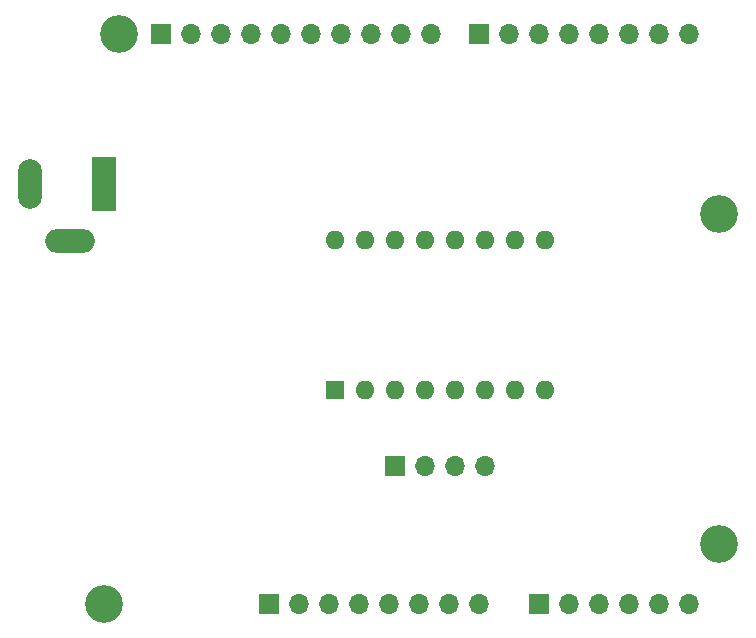
<source format=gbs>
%TF.GenerationSoftware,KiCad,Pcbnew,8.0.3*%
%TF.CreationDate,2024-07-23T15:51:25+08:00*%
%TF.ProjectId,Arduino Uno A4988 Shield,41726475-696e-46f2-9055-6e6f20413439,rev?*%
%TF.SameCoordinates,Original*%
%TF.FileFunction,Soldermask,Bot*%
%TF.FilePolarity,Negative*%
%FSLAX46Y46*%
G04 Gerber Fmt 4.6, Leading zero omitted, Abs format (unit mm)*
G04 Created by KiCad (PCBNEW 8.0.3) date 2024-07-23 15:51:25*
%MOMM*%
%LPD*%
G01*
G04 APERTURE LIST*
%ADD10R,1.700000X1.700000*%
%ADD11O,1.700000X1.700000*%
%ADD12R,2.000000X4.600000*%
%ADD13O,2.000000X4.200000*%
%ADD14O,4.200000X2.000000*%
%ADD15C,3.200000*%
%ADD16R,1.600000X1.600000*%
%ADD17O,1.600000X1.600000*%
G04 APERTURE END LIST*
D10*
%TO.C,J1*%
X27940000Y2540000D03*
D11*
X30480000Y2540000D03*
X33020000Y2540000D03*
X35560000Y2540000D03*
X38100000Y2540000D03*
X40640000Y2540000D03*
X43180000Y2540000D03*
X45720000Y2540000D03*
%TD*%
D10*
%TO.C,J3*%
X50800000Y2540000D03*
D11*
X53340000Y2540000D03*
X55880000Y2540000D03*
X58420000Y2540000D03*
X60960000Y2540000D03*
X63500000Y2540000D03*
%TD*%
D10*
%TO.C,J2*%
X18796000Y50800000D03*
D11*
X21336000Y50800000D03*
X23876000Y50800000D03*
X26416000Y50800000D03*
X28956000Y50800000D03*
X31496000Y50800000D03*
X34036000Y50800000D03*
X36576000Y50800000D03*
X39116000Y50800000D03*
X41656000Y50800000D03*
%TD*%
D10*
%TO.C,J4*%
X45720000Y50800000D03*
D11*
X48260000Y50800000D03*
X50800000Y50800000D03*
X53340000Y50800000D03*
X55880000Y50800000D03*
X58420000Y50800000D03*
X60960000Y50800000D03*
X63500000Y50800000D03*
%TD*%
D12*
%TO.C,J7*%
X13950000Y38100000D03*
D13*
X7650000Y38100000D03*
D14*
X11050000Y33300000D03*
%TD*%
D15*
%TO.C,MH1*%
X15240000Y50800000D03*
%TD*%
D10*
%TO.C,J5*%
X38567200Y14249400D03*
D11*
X41107200Y14249400D03*
X43647200Y14249400D03*
X46187200Y14249400D03*
%TD*%
D16*
%TO.C,A1*%
X33520000Y20660000D03*
D17*
X36060000Y20660000D03*
X38600000Y20660000D03*
X41140000Y20660000D03*
X43680000Y20660000D03*
X46220000Y20660000D03*
X48760000Y20660000D03*
X51300000Y20660000D03*
X51300000Y33360000D03*
X48760000Y33360000D03*
X46220000Y33360000D03*
X43680000Y33360000D03*
X41140000Y33360000D03*
X38600000Y33360000D03*
X36060000Y33360000D03*
X33520000Y33360000D03*
%TD*%
D15*
%TO.C,MH2*%
X13970000Y2540000D03*
%TD*%
%TO.C,MH3*%
X66040000Y35560000D03*
%TD*%
%TO.C,MH4*%
X66040000Y7620000D03*
%TD*%
M02*

</source>
